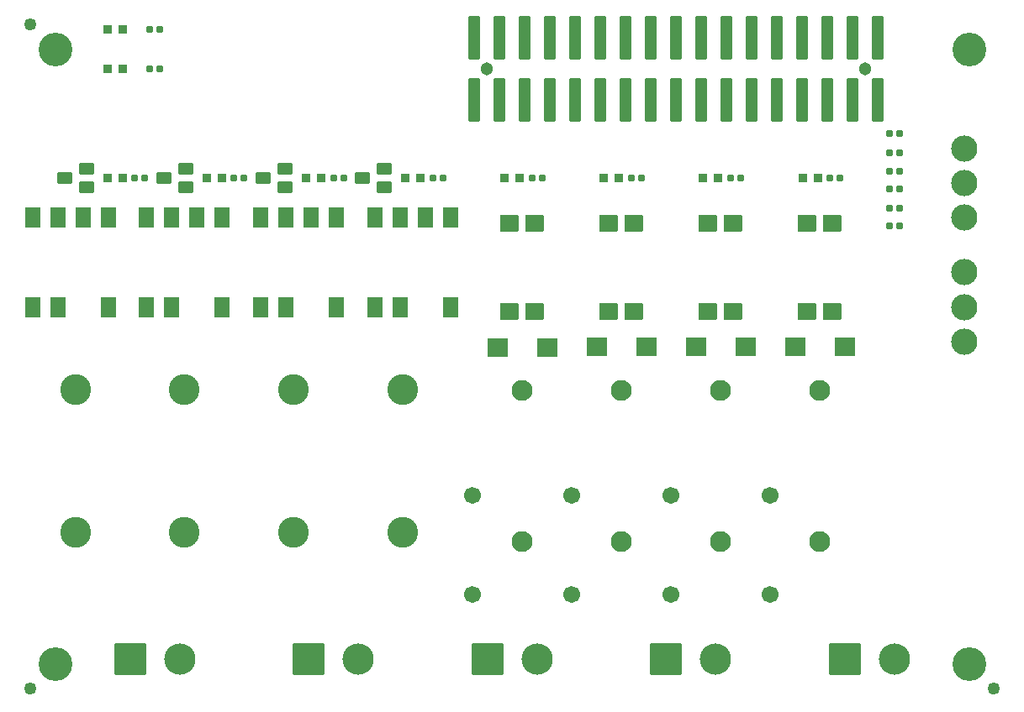
<source format=gbr>
G04 #@! TF.GenerationSoftware,KiCad,Pcbnew,7.0.5-4d25ed1034~172~ubuntu22.04.1*
G04 #@! TF.CreationDate,2023-06-14T16:15:45+03:00*
G04 #@! TF.ProjectId,AgonLight2-HvIO_Rev_A,41676f6e-4c69-4676-9874-322d4876494f,A*
G04 #@! TF.SameCoordinates,Original*
G04 #@! TF.FileFunction,Soldermask,Top*
G04 #@! TF.FilePolarity,Negative*
%FSLAX46Y46*%
G04 Gerber Fmt 4.6, Leading zero omitted, Abs format (unit mm)*
G04 Created by KiCad (PCBNEW 7.0.5-4d25ed1034~172~ubuntu22.04.1) date 2023-06-14 16:15:45*
%MOMM*%
%LPD*%
G01*
G04 APERTURE LIST*
G04 Aperture macros list*
%AMRoundRect*
0 Rectangle with rounded corners*
0 $1 Rounding radius*
0 $2 $3 $4 $5 $6 $7 $8 $9 X,Y pos of 4 corners*
0 Add a 4 corners polygon primitive as box body*
4,1,4,$2,$3,$4,$5,$6,$7,$8,$9,$2,$3,0*
0 Add four circle primitives for the rounded corners*
1,1,$1+$1,$2,$3*
1,1,$1+$1,$4,$5*
1,1,$1+$1,$6,$7*
1,1,$1+$1,$8,$9*
0 Add four rect primitives between the rounded corners*
20,1,$1+$1,$2,$3,$4,$5,0*
20,1,$1+$1,$4,$5,$6,$7,0*
20,1,$1+$1,$6,$7,$8,$9,0*
20,1,$1+$1,$8,$9,$2,$3,0*%
G04 Aperture macros list end*
%ADD10RoundRect,0.050800X0.250000X0.275000X-0.250000X0.275000X-0.250000X-0.275000X0.250000X-0.275000X0*%
%ADD11RoundRect,0.050800X-0.250000X-0.275000X0.250000X-0.275000X0.250000X0.275000X-0.250000X0.275000X0*%
%ADD12C,1.254000*%
%ADD13RoundRect,0.050800X-1.524000X-1.524000X1.524000X-1.524000X1.524000X1.524000X-1.524000X1.524000X0*%
%ADD14C,3.149600*%
%ADD15RoundRect,0.050800X0.400000X0.400000X-0.400000X0.400000X-0.400000X-0.400000X0.400000X-0.400000X0*%
%ADD16RoundRect,0.050800X-0.700000X1.000000X-0.700000X-1.000000X0.700000X-1.000000X0.700000X1.000000X0*%
%ADD17RoundRect,0.050800X-1.000000X-0.850000X1.000000X-0.850000X1.000000X0.850000X-1.000000X0.850000X0*%
%ADD18C,3.401601*%
%ADD19RoundRect,0.050800X-0.889000X-0.762000X0.889000X-0.762000X0.889000X0.762000X-0.889000X0.762000X0*%
%ADD20C,2.101600*%
%ADD21C,1.701600*%
%ADD22C,2.641600*%
%ADD23RoundRect,0.050800X-0.700000X-0.500000X0.700000X-0.500000X0.700000X0.500000X-0.700000X0.500000X0*%
%ADD24C,3.101600*%
%ADD25RoundRect,0.050800X-0.400000X-0.400000X0.400000X-0.400000X0.400000X0.400000X-0.400000X0.400000X0*%
%ADD26C,1.301600*%
%ADD27RoundRect,0.050800X-0.500000X2.125000X-0.500000X-2.125000X0.500000X-2.125000X0.500000X2.125000X0*%
%ADD28RoundRect,0.050800X0.500000X-2.125000X0.500000X2.125000X-0.500000X2.125000X-0.500000X-2.125000X0*%
G04 APERTURE END LIST*
D10*
X68500000Y-102000000D03*
D11*
X69516000Y-102000000D03*
D12*
X56500000Y-101500000D03*
D13*
X102500000Y-165500000D03*
D14*
X107500000Y-165500000D03*
D15*
X64238000Y-117000000D03*
X65762000Y-117000000D03*
D16*
X98810000Y-121000000D03*
X96270000Y-121000000D03*
X93730000Y-121000000D03*
X91190000Y-121000000D03*
X91190000Y-130000000D03*
X93730000Y-130000000D03*
X98810000Y-130000000D03*
D10*
X143002000Y-114427000D03*
D11*
X144018000Y-114427000D03*
D17*
X103500000Y-134055000D03*
X108500000Y-134055000D03*
D10*
X66992000Y-117000000D03*
D11*
X68008000Y-117000000D03*
D18*
X59000000Y-166000000D03*
D19*
X124730000Y-130445000D03*
X127270000Y-130445000D03*
X127270000Y-121555000D03*
X124730000Y-121555000D03*
D20*
X106000000Y-138380000D03*
X106000000Y-153620000D03*
D16*
X75810000Y-121000000D03*
X73270000Y-121000000D03*
X70730000Y-121000000D03*
X68190000Y-121000000D03*
X68190000Y-130000000D03*
X70730000Y-130000000D03*
X75810000Y-130000000D03*
D11*
X144018000Y-116332000D03*
D10*
X143002000Y-116332000D03*
D18*
X151000000Y-104000000D03*
D10*
X137000000Y-117000000D03*
D11*
X138016000Y-117000000D03*
D13*
X138500000Y-165500000D03*
D14*
X143500000Y-165500000D03*
D13*
X66500000Y-165500000D03*
D14*
X71500000Y-165500000D03*
D15*
X134238000Y-117000000D03*
X135762000Y-117000000D03*
D21*
X101000000Y-159000000D03*
X101000000Y-149000000D03*
D20*
X116000000Y-138380000D03*
X116000000Y-153620000D03*
D16*
X87310000Y-121000000D03*
X84770000Y-121000000D03*
X82230000Y-121000000D03*
X79690000Y-121000000D03*
X79690000Y-130000000D03*
X82230000Y-130000000D03*
X87310000Y-130000000D03*
D13*
X84500000Y-165500000D03*
D14*
X89500000Y-165500000D03*
D16*
X64310000Y-121000000D03*
X61770000Y-121000000D03*
X59230000Y-121000000D03*
X56690000Y-121000000D03*
X56690000Y-130000000D03*
X59230000Y-130000000D03*
X64310000Y-130000000D03*
D10*
X143002000Y-120015000D03*
D11*
X144018000Y-120015000D03*
D22*
X150500000Y-126500000D03*
X150500000Y-130000000D03*
X150500000Y-133500000D03*
D10*
X68492000Y-106000000D03*
D11*
X69508000Y-106000000D03*
D17*
X123500000Y-134000000D03*
X128500000Y-134000000D03*
D13*
X120500000Y-165500000D03*
D14*
X125500000Y-165500000D03*
D21*
X131000000Y-159000000D03*
X131000000Y-149000000D03*
D23*
X72107440Y-117949960D03*
X72107440Y-116047500D03*
X69897640Y-117002540D03*
D17*
X133500000Y-134000000D03*
X138500000Y-134000000D03*
D19*
X104730000Y-130445000D03*
X107270000Y-130445000D03*
X107270000Y-121555000D03*
X104730000Y-121555000D03*
D17*
X113500000Y-134000000D03*
X118500000Y-134000000D03*
D18*
X151000000Y-166000000D03*
D23*
X92107440Y-117949960D03*
X92107440Y-116047500D03*
X89897640Y-117002540D03*
D18*
X59000000Y-104000000D03*
D10*
X106992000Y-117000000D03*
D11*
X108008000Y-117000000D03*
D10*
X143002000Y-118110000D03*
D11*
X144018000Y-118110000D03*
D24*
X94000000Y-138300000D03*
X94000000Y-152700000D03*
D21*
X121000000Y-159000000D03*
X121000000Y-149000000D03*
D15*
X124238000Y-117000000D03*
X125762000Y-117000000D03*
D23*
X62107440Y-117949960D03*
X62107440Y-116047500D03*
X59897640Y-117002540D03*
D24*
X83000000Y-138300000D03*
X83000000Y-152700000D03*
X61000000Y-138300000D03*
X61000000Y-152700000D03*
D22*
X150500000Y-114000000D03*
X150500000Y-117500000D03*
X150500000Y-121000000D03*
D12*
X56500000Y-168500000D03*
D25*
X65762000Y-102000000D03*
X64238000Y-102000000D03*
D23*
X82107440Y-117949960D03*
X82107440Y-116047500D03*
X79897640Y-117002540D03*
D15*
X104238000Y-117000000D03*
X105762000Y-117000000D03*
X114238000Y-117000000D03*
X115762000Y-117000000D03*
X94238000Y-117000000D03*
X95762000Y-117000000D03*
D11*
X144018000Y-121793000D03*
D10*
X143002000Y-121793000D03*
D19*
X114730000Y-130445000D03*
X117270000Y-130445000D03*
X117270000Y-121555000D03*
X114730000Y-121555000D03*
D24*
X72000000Y-138300000D03*
X72000000Y-152700000D03*
D15*
X74238000Y-117000000D03*
X75762000Y-117000000D03*
D20*
X136000000Y-138380000D03*
X136000000Y-153620000D03*
X126000000Y-138380000D03*
X126000000Y-153620000D03*
D25*
X65762000Y-106000000D03*
X64238000Y-106000000D03*
D10*
X86992000Y-117000000D03*
D11*
X88008000Y-117000000D03*
D10*
X126992000Y-117000000D03*
D11*
X128008000Y-117000000D03*
D26*
X140550000Y-106000000D03*
X102450000Y-106000000D03*
D27*
X141820000Y-102875000D03*
X141820000Y-109125000D03*
X139280000Y-102875000D03*
X139280000Y-109125000D03*
X136740000Y-102875000D03*
X136740000Y-109125000D03*
X134200000Y-102875000D03*
X134200000Y-109125000D03*
X131660000Y-102875000D03*
X131660000Y-109125000D03*
X129120000Y-102875000D03*
X129120000Y-109125000D03*
X126580000Y-102875000D03*
X126580000Y-109125000D03*
X124040000Y-102875000D03*
X124040000Y-109125000D03*
X121500000Y-102875000D03*
X121500000Y-109125000D03*
X118960000Y-102875000D03*
X118960000Y-109125000D03*
D28*
X116420000Y-102875000D03*
D27*
X116420000Y-109125000D03*
D28*
X113880000Y-102875000D03*
D27*
X113880000Y-109125000D03*
D28*
X111340000Y-102875000D03*
D27*
X111340000Y-109125000D03*
D28*
X108800000Y-102875000D03*
D27*
X108800000Y-109125000D03*
D28*
X106260000Y-102875000D03*
D27*
X106260000Y-109125000D03*
D28*
X103720000Y-102875000D03*
D27*
X103720000Y-109125000D03*
D28*
X101180000Y-102875000D03*
D27*
X101180000Y-109125000D03*
D19*
X134730000Y-130445000D03*
X137270000Y-130445000D03*
X137270000Y-121555000D03*
X134730000Y-121555000D03*
D10*
X76992000Y-117000000D03*
D11*
X78008000Y-117000000D03*
D12*
X153500000Y-168500000D03*
D10*
X143002000Y-112522000D03*
D11*
X144018000Y-112522000D03*
D21*
X111000000Y-159000000D03*
X111000000Y-149000000D03*
D10*
X96992000Y-117000000D03*
D11*
X98008000Y-117000000D03*
D10*
X116992000Y-117000000D03*
D11*
X118008000Y-117000000D03*
D15*
X84238000Y-117000000D03*
X85762000Y-117000000D03*
M02*

</source>
